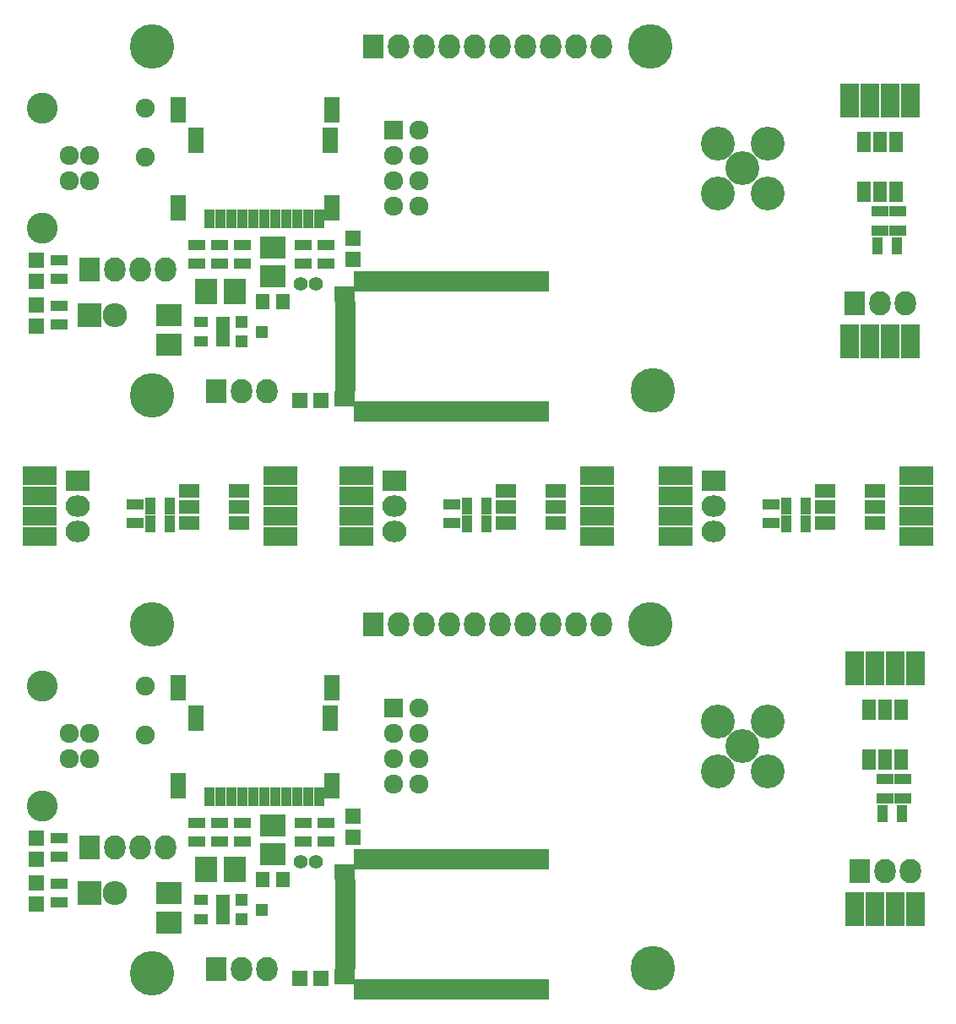
<source format=gts>
G04 #@! TF.FileFunction,Soldermask,Top*
%FSLAX46Y46*%
G04 Gerber Fmt 4.6, Leading zero omitted, Abs format (unit mm)*
G04 Created by KiCad (PCBNEW 4.0.4-stable) date Wed Nov 30 00:07:26 2016*
%MOMM*%
%LPD*%
G01*
G04 APERTURE LIST*
%ADD10C,0.100000*%
%ADD11R,1.924000X3.400000*%
%ADD12R,1.700000X1.100000*%
%ADD13R,1.100000X1.700000*%
%ADD14R,1.400000X2.000000*%
%ADD15R,2.127200X2.432000*%
%ADD16O,2.127200X2.432000*%
%ADD17R,3.400000X1.924000*%
%ADD18R,2.000000X1.400000*%
%ADD19R,2.432000X2.127200*%
%ADD20O,2.432000X2.127200*%
%ADD21R,1.598880X2.099260*%
%ADD22R,1.997660X1.598880*%
%ADD23R,2.099260X1.598880*%
%ADD24R,1.598880X1.598880*%
%ADD25R,2.432000X2.432000*%
%ADD26O,2.432000X2.432000*%
%ADD27C,4.464000*%
%ADD28C,1.400760*%
%ADD29C,1.901140*%
%ADD30R,1.460000X1.050000*%
%ADD31R,1.200100X1.200100*%
%ADD32C,1.924000*%
%ADD33C,3.100020*%
%ADD34R,1.924000X1.924000*%
%ADD35C,3.400000*%
%ADD36R,1.060400X1.974800*%
%ADD37R,1.568400X2.584400*%
%ADD38R,2.630000X2.200000*%
%ADD39R,2.200000X2.630000*%
%ADD40R,1.400000X1.650000*%
G04 APERTURE END LIST*
D10*
D11*
X142176500Y-92265500D03*
X140144500Y-92265500D03*
X138112500Y-92265500D03*
X136080500Y-92265500D03*
X136080500Y-116395500D03*
X138112500Y-116395500D03*
X140144500Y-116395500D03*
X142176500Y-116395500D03*
D12*
X140906500Y-105280500D03*
X140906500Y-103380500D03*
X139128500Y-105280500D03*
X139128500Y-103380500D03*
D13*
X140840500Y-106870500D03*
X138940500Y-106870500D03*
D14*
X137592000Y-101433000D03*
X139192000Y-101433000D03*
X140792000Y-101433000D03*
X137592000Y-96433000D03*
X139192000Y-96433000D03*
X140792000Y-96433000D03*
D15*
X136588500Y-112585500D03*
D16*
X139128500Y-112585500D03*
X141668500Y-112585500D03*
D15*
X136080500Y-55689500D03*
D16*
X138620500Y-55689500D03*
X141160500Y-55689500D03*
D14*
X137084000Y-44537000D03*
X138684000Y-44537000D03*
X140284000Y-44537000D03*
X137084000Y-39537000D03*
X138684000Y-39537000D03*
X140284000Y-39537000D03*
D13*
X140332500Y-49974500D03*
X138432500Y-49974500D03*
D12*
X138620500Y-48384500D03*
X138620500Y-46484500D03*
X140398500Y-48384500D03*
X140398500Y-46484500D03*
D11*
X135572500Y-59499500D03*
X137604500Y-59499500D03*
X139636500Y-59499500D03*
X141668500Y-59499500D03*
X141668500Y-35369500D03*
X139636500Y-35369500D03*
X137604500Y-35369500D03*
X135572500Y-35369500D03*
D17*
X142303500Y-79057500D03*
X142303500Y-77025500D03*
X142303500Y-74993500D03*
X142303500Y-72961500D03*
X118173500Y-72961500D03*
X118173500Y-74993500D03*
X118173500Y-77025500D03*
X118173500Y-79057500D03*
D13*
X129288500Y-77787500D03*
X131188500Y-77787500D03*
X129288500Y-76009500D03*
X131188500Y-76009500D03*
D12*
X127698500Y-77721500D03*
X127698500Y-75821500D03*
D18*
X133136000Y-74473000D03*
X133136000Y-76073000D03*
X133136000Y-77673000D03*
X138136000Y-74473000D03*
X138136000Y-76073000D03*
X138136000Y-77673000D03*
D19*
X121983500Y-73469500D03*
D20*
X121983500Y-76009500D03*
X121983500Y-78549500D03*
D19*
X89979500Y-73469500D03*
D20*
X89979500Y-76009500D03*
X89979500Y-78549500D03*
D18*
X101132000Y-74473000D03*
X101132000Y-76073000D03*
X101132000Y-77673000D03*
X106132000Y-74473000D03*
X106132000Y-76073000D03*
X106132000Y-77673000D03*
D12*
X95694500Y-77721500D03*
X95694500Y-75821500D03*
D13*
X97284500Y-76009500D03*
X99184500Y-76009500D03*
X97284500Y-77787500D03*
X99184500Y-77787500D03*
D17*
X86169500Y-72961500D03*
X86169500Y-74993500D03*
X86169500Y-77025500D03*
X86169500Y-79057500D03*
X110299500Y-79057500D03*
X110299500Y-77025500D03*
X110299500Y-74993500D03*
X110299500Y-72961500D03*
D21*
X89679780Y-111419640D03*
X88178640Y-111419640D03*
X86680040Y-111419640D03*
X91178380Y-111419640D03*
X92679520Y-111419640D03*
X94178120Y-111419640D03*
X95679260Y-111419640D03*
X97177860Y-111419640D03*
X98679000Y-111419640D03*
X100180140Y-111419640D03*
X101678740Y-111419640D03*
X103179880Y-111419640D03*
X104678480Y-111419640D03*
D22*
X84983320Y-112669320D03*
D23*
X85029040Y-114173000D03*
X85029040Y-115671600D03*
X85029040Y-117170200D03*
X85029040Y-118668800D03*
X85029040Y-120167400D03*
X85029040Y-121666000D03*
D22*
X84980780Y-123164600D03*
D21*
X86680040Y-124419360D03*
X88178640Y-124419360D03*
X89682320Y-124419360D03*
X91178380Y-124419360D03*
X92679520Y-124419360D03*
X94178120Y-124419360D03*
X95679260Y-124419360D03*
X97177860Y-124419360D03*
X98679000Y-124419360D03*
X100180140Y-124419360D03*
X101678740Y-124419360D03*
X103179880Y-124419360D03*
X104678480Y-124419360D03*
D24*
X85852000Y-109189520D03*
X85852000Y-107091480D03*
X82583020Y-123380500D03*
X80484980Y-123380500D03*
D25*
X59372500Y-114808000D03*
D26*
X61912500Y-114808000D03*
D12*
X56324500Y-115758000D03*
X56324500Y-113858000D03*
D24*
X54038500Y-113758980D03*
X54038500Y-115857020D03*
D27*
X115887500Y-122301000D03*
X65642500Y-122836000D03*
X115642500Y-87836000D03*
X65642500Y-87836000D03*
D28*
X82092800Y-111633000D03*
X80594200Y-111633000D03*
D29*
X64960500Y-94079060D03*
X64960500Y-98960940D03*
D30*
X72791500Y-117409000D03*
X72791500Y-116459000D03*
X72791500Y-115509000D03*
X70591500Y-115509000D03*
X70591500Y-117409000D03*
D12*
X56324500Y-109286000D03*
X56324500Y-111186000D03*
X70167500Y-109662000D03*
X70167500Y-107762000D03*
X72453500Y-109662000D03*
X72453500Y-107762000D03*
X74739500Y-109662000D03*
X74739500Y-107762000D03*
X80835500Y-109662000D03*
X80835500Y-107762000D03*
X83121500Y-109662000D03*
X83121500Y-107762000D03*
D31*
X74691240Y-115509000D03*
X74691240Y-117409000D03*
X76690220Y-116459000D03*
D32*
X59372500Y-98806000D03*
X59372500Y-101346000D03*
X57373520Y-101346000D03*
X57373520Y-98806000D03*
D33*
X54673500Y-94076520D03*
X54673500Y-106075480D03*
D34*
X89852500Y-96266000D03*
D32*
X92392500Y-96266000D03*
X89852500Y-98806000D03*
X92392500Y-98806000D03*
X89852500Y-101346000D03*
X92392500Y-101346000D03*
X89852500Y-103886000D03*
X92392500Y-103886000D03*
D35*
X122392500Y-102576000D03*
X122392500Y-97576000D03*
X124892500Y-100076000D03*
X127392500Y-97576000D03*
X127392500Y-102576000D03*
D15*
X72072500Y-122428000D03*
D16*
X74612500Y-122428000D03*
X77152500Y-122428000D03*
D15*
X59372500Y-110236000D03*
D16*
X61912500Y-110236000D03*
X64452500Y-110236000D03*
X66992500Y-110236000D03*
D36*
X71437500Y-105156000D03*
X73647300Y-105156000D03*
X74739500Y-105156000D03*
X75831700Y-105156000D03*
X76949300Y-105156000D03*
X78041500Y-105156000D03*
X79133700Y-105156000D03*
X80251300Y-105156000D03*
X81343500Y-105156000D03*
X72565260Y-105156000D03*
D37*
X70040500Y-97282000D03*
X83502500Y-97282000D03*
D36*
X82435700Y-105156000D03*
D37*
X83682500Y-94256000D03*
X68332500Y-94256000D03*
X83682500Y-104056000D03*
X68332500Y-104056000D03*
D24*
X54038500Y-109313980D03*
X54038500Y-111412020D03*
D38*
X77787500Y-110934000D03*
X77787500Y-108014000D03*
D39*
X73977000Y-112458500D03*
X71057000Y-112458500D03*
D40*
X78787500Y-113411000D03*
X76787500Y-113411000D03*
D38*
X67373500Y-117728500D03*
X67373500Y-114808500D03*
D15*
X87820500Y-87884000D03*
D16*
X90360500Y-87884000D03*
X92900500Y-87884000D03*
X95440500Y-87884000D03*
X97980500Y-87884000D03*
X100520500Y-87884000D03*
X103060500Y-87884000D03*
X105600500Y-87884000D03*
X108140500Y-87884000D03*
X110680500Y-87884000D03*
D15*
X87820500Y-29972000D03*
D16*
X90360500Y-29972000D03*
X92900500Y-29972000D03*
X95440500Y-29972000D03*
X97980500Y-29972000D03*
X100520500Y-29972000D03*
X103060500Y-29972000D03*
X105600500Y-29972000D03*
X108140500Y-29972000D03*
X110680500Y-29972000D03*
D38*
X67373500Y-59816500D03*
X67373500Y-56896500D03*
D40*
X78787500Y-55499000D03*
X76787500Y-55499000D03*
D39*
X73977000Y-54546500D03*
X71057000Y-54546500D03*
D38*
X77787500Y-53022000D03*
X77787500Y-50102000D03*
D24*
X54038500Y-51401980D03*
X54038500Y-53500020D03*
D36*
X71437500Y-47244000D03*
X73647300Y-47244000D03*
X74739500Y-47244000D03*
X75831700Y-47244000D03*
X76949300Y-47244000D03*
X78041500Y-47244000D03*
X79133700Y-47244000D03*
X80251300Y-47244000D03*
X81343500Y-47244000D03*
X72565260Y-47244000D03*
D37*
X70040500Y-39370000D03*
X83502500Y-39370000D03*
D36*
X82435700Y-47244000D03*
D37*
X83682500Y-36344000D03*
X68332500Y-36344000D03*
X83682500Y-46144000D03*
X68332500Y-46144000D03*
D15*
X59372500Y-52324000D03*
D16*
X61912500Y-52324000D03*
X64452500Y-52324000D03*
X66992500Y-52324000D03*
D15*
X72072500Y-64516000D03*
D16*
X74612500Y-64516000D03*
X77152500Y-64516000D03*
D34*
X89852500Y-38354000D03*
D32*
X92392500Y-38354000D03*
X89852500Y-40894000D03*
X92392500Y-40894000D03*
X89852500Y-43434000D03*
X92392500Y-43434000D03*
X89852500Y-45974000D03*
X92392500Y-45974000D03*
D35*
X122392500Y-44664000D03*
X122392500Y-39664000D03*
X124892500Y-42164000D03*
X127392500Y-39664000D03*
X127392500Y-44664000D03*
D32*
X59372500Y-40894000D03*
X59372500Y-43434000D03*
X57373520Y-43434000D03*
X57373520Y-40894000D03*
D33*
X54673500Y-36164520D03*
X54673500Y-48163480D03*
D31*
X74691240Y-57597000D03*
X74691240Y-59497000D03*
X76690220Y-58547000D03*
D12*
X83121500Y-51750000D03*
X83121500Y-49850000D03*
X80835500Y-51750000D03*
X80835500Y-49850000D03*
X74739500Y-51750000D03*
X74739500Y-49850000D03*
X72453500Y-51750000D03*
X72453500Y-49850000D03*
X70167500Y-51750000D03*
X70167500Y-49850000D03*
X56324500Y-51374000D03*
X56324500Y-53274000D03*
D30*
X72791500Y-59497000D03*
X72791500Y-58547000D03*
X72791500Y-57597000D03*
X70591500Y-57597000D03*
X70591500Y-59497000D03*
D29*
X64960500Y-36167060D03*
X64960500Y-41048940D03*
D28*
X82092800Y-53721000D03*
X80594200Y-53721000D03*
D27*
X65642500Y-29924000D03*
X115642500Y-29924000D03*
X65642500Y-64924000D03*
X115887500Y-64389000D03*
D24*
X54038500Y-55846980D03*
X54038500Y-57945020D03*
D12*
X56324500Y-57846000D03*
X56324500Y-55946000D03*
D25*
X59372500Y-56896000D03*
D26*
X61912500Y-56896000D03*
D24*
X82583020Y-65468500D03*
X80484980Y-65468500D03*
X85852000Y-51277520D03*
X85852000Y-49179480D03*
D21*
X89679780Y-53507640D03*
X88178640Y-53507640D03*
X86680040Y-53507640D03*
X91178380Y-53507640D03*
X92679520Y-53507640D03*
X94178120Y-53507640D03*
X95679260Y-53507640D03*
X97177860Y-53507640D03*
X98679000Y-53507640D03*
X100180140Y-53507640D03*
X101678740Y-53507640D03*
X103179880Y-53507640D03*
X104678480Y-53507640D03*
D22*
X84983320Y-54757320D03*
D23*
X85029040Y-56261000D03*
X85029040Y-57759600D03*
X85029040Y-59258200D03*
X85029040Y-60756800D03*
X85029040Y-62255400D03*
X85029040Y-63754000D03*
D22*
X84980780Y-65252600D03*
D21*
X86680040Y-66507360D03*
X88178640Y-66507360D03*
X89682320Y-66507360D03*
X91178380Y-66507360D03*
X92679520Y-66507360D03*
X94178120Y-66507360D03*
X95679260Y-66507360D03*
X97177860Y-66507360D03*
X98679000Y-66507360D03*
X100180140Y-66507360D03*
X101678740Y-66507360D03*
X103179880Y-66507360D03*
X104678480Y-66507360D03*
D17*
X78549500Y-79057500D03*
X78549500Y-77025500D03*
X78549500Y-74993500D03*
X78549500Y-72961500D03*
X54419500Y-72961500D03*
X54419500Y-74993500D03*
X54419500Y-77025500D03*
X54419500Y-79057500D03*
D13*
X65534500Y-77787500D03*
X67434500Y-77787500D03*
X65534500Y-76009500D03*
X67434500Y-76009500D03*
D12*
X63944500Y-77721500D03*
X63944500Y-75821500D03*
D18*
X69382000Y-74473000D03*
X69382000Y-76073000D03*
X69382000Y-77673000D03*
X74382000Y-74473000D03*
X74382000Y-76073000D03*
X74382000Y-77673000D03*
D19*
X58229500Y-73469500D03*
D20*
X58229500Y-76009500D03*
X58229500Y-78549500D03*
M02*

</source>
